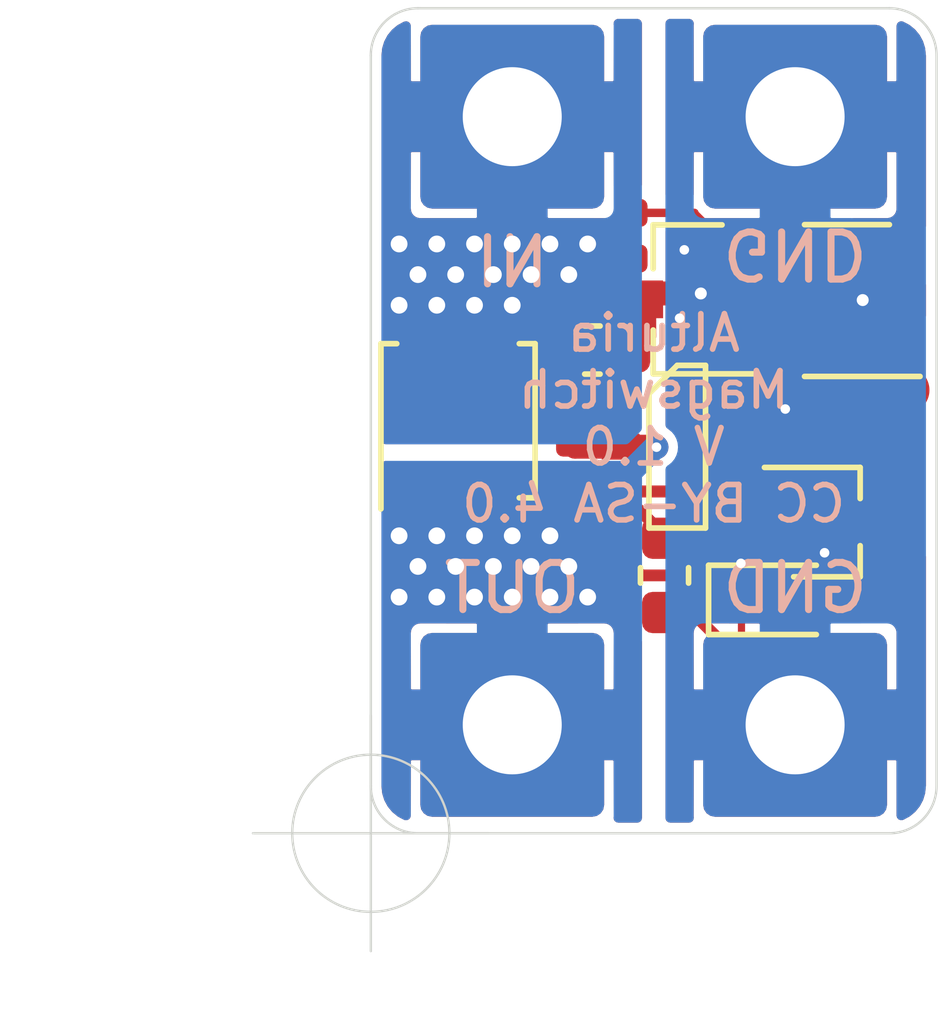
<source format=kicad_pcb>
(kicad_pcb (version 20171130) (host pcbnew 5.1.6)

  (general
    (thickness 1)
    (drawings 16)
    (tracks 121)
    (zones 0)
    (modules 20)
    (nets 11)
  )

  (page A4)
  (layers
    (0 F.Cu signal)
    (31 B.Cu signal)
    (32 B.Adhes user)
    (33 F.Adhes user)
    (34 B.Paste user)
    (35 F.Paste user)
    (36 B.SilkS user)
    (37 F.SilkS user)
    (38 B.Mask user)
    (39 F.Mask user)
    (40 Dwgs.User user)
    (41 Cmts.User user)
    (42 Eco1.User user)
    (43 Eco2.User user)
    (44 Edge.Cuts user)
    (45 Margin user)
    (46 B.CrtYd user)
    (47 F.CrtYd user)
    (48 B.Fab user)
    (49 F.Fab user)
  )

  (setup
    (last_trace_width 0.4826)
    (user_trace_width 0.1524)
    (user_trace_width 0.1778)
    (user_trace_width 0.2032)
    (user_trace_width 0.2286)
    (user_trace_width 0.254)
    (user_trace_width 0.2794)
    (user_trace_width 0.3048)
    (user_trace_width 0.3302)
    (user_trace_width 0.3556)
    (user_trace_width 0.381)
    (user_trace_width 0.4064)
    (user_trace_width 0.4318)
    (user_trace_width 0.4572)
    (user_trace_width 0.4826)
    (user_trace_width 0.508)
    (user_trace_width 0.635)
    (user_trace_width 0.762)
    (user_trace_width 0.889)
    (user_trace_width 1.016)
    (user_trace_width 1.143)
    (user_trace_width 1.27)
    (user_trace_width 1.524)
    (user_trace_width 1.778)
    (user_trace_width 2.032)
    (user_trace_width 2.286)
    (user_trace_width 2.54)
    (trace_clearance 0.2)
    (zone_clearance 0.2)
    (zone_45_only no)
    (trace_min 0.1524)
    (via_size 0.8)
    (via_drill 0.4)
    (via_min_size 0.4)
    (via_min_drill 0.2)
    (user_via 0.4572 0.2032)
    (user_via 0.4826 0.2286)
    (user_via 0.508 0.254)
    (user_via 0.5334 0.2794)
    (user_via 0.5588 0.3048)
    (user_via 0.5842 0.3302)
    (user_via 0.6096 0.3556)
    (user_via 0.635 0.381)
    (user_via 0.762 0.4064)
    (user_via 0.7874 0.4318)
    (user_via 0.8128 0.4572)
    (user_via 0.8382 0.4826)
    (user_via 0.8636 0.508)
    (uvia_size 0.3)
    (uvia_drill 0.1)
    (uvias_allowed no)
    (uvia_min_size 0.2)
    (uvia_min_drill 0.1)
    (edge_width 0.05)
    (segment_width 0.2)
    (pcb_text_width 0.3)
    (pcb_text_size 1.5 1.5)
    (mod_edge_width 0.12)
    (mod_text_size 1 1)
    (mod_text_width 0.15)
    (pad_size 3.9 3.9)
    (pad_drill 2.1)
    (pad_to_mask_clearance 0.05)
    (aux_axis_origin 130 107.5)
    (grid_origin 130 107.5)
    (visible_elements FFFFFF7F)
    (pcbplotparams
      (layerselection 0x010fc_ffffffff)
      (usegerberextensions false)
      (usegerberattributes false)
      (usegerberadvancedattributes false)
      (creategerberjobfile false)
      (excludeedgelayer true)
      (linewidth 0.100000)
      (plotframeref false)
      (viasonmask false)
      (mode 1)
      (useauxorigin false)
      (hpglpennumber 1)
      (hpglpenspeed 20)
      (hpglpendiameter 15.000000)
      (psnegative false)
      (psa4output false)
      (plotreference true)
      (plotvalue false)
      (plotinvisibletext false)
      (padsonsilk false)
      (subtractmaskfromsilk true)
      (outputformat 1)
      (mirror false)
      (drillshape 0)
      (scaleselection 1)
      (outputdirectory ""))
  )

  (net 0 "")
  (net 1 "Net-(U101-Pad2)")
  (net 2 VPP)
  (net 3 GND)
  (net 4 OUT)
  (net 5 "Net-(Q101-Pad4)")
  (net 6 TPI_CLK)
  (net 7 RST)
  (net 8 TPI_DATA)
  (net 9 "Net-(D101-Pad2)")
  (net 10 +3V3)

  (net_class Default "This is the default net class."
    (clearance 0.2)
    (trace_width 0.25)
    (via_dia 0.8)
    (via_drill 0.4)
    (uvia_dia 0.3)
    (uvia_drill 0.1)
    (add_net +3V3)
    (add_net GND)
    (add_net "Net-(D101-Pad2)")
    (add_net "Net-(Q101-Pad4)")
    (add_net "Net-(U101-Pad2)")
    (add_net OUT)
    (add_net RST)
    (add_net TPI_CLK)
    (add_net TPI_DATA)
    (add_net VPP)
  )

  (module LED_SMD:LED_0603_1608Metric (layer F.Cu) (tedit 5B301BBE) (tstamp 5EDB7C82)
    (at 138.65 102.55)
    (descr "LED SMD 0603 (1608 Metric), square (rectangular) end terminal, IPC_7351 nominal, (Body size source: http://www.tortai-tech.com/upload/download/2011102023233369053.pdf), generated with kicad-footprint-generator")
    (tags diode)
    (path /5EE1D6E9)
    (attr smd)
    (fp_text reference D101 (at 0 -1.43) (layer F.SilkS) hide
      (effects (font (size 1 1) (thickness 0.15)))
    )
    (fp_text value LED (at 0 1.43) (layer F.Fab) hide
      (effects (font (size 1 1) (thickness 0.15)))
    )
    (fp_line (start 1.48 0.73) (end -1.48 0.73) (layer F.CrtYd) (width 0.05))
    (fp_line (start 1.48 -0.73) (end 1.48 0.73) (layer F.CrtYd) (width 0.05))
    (fp_line (start -1.48 -0.73) (end 1.48 -0.73) (layer F.CrtYd) (width 0.05))
    (fp_line (start -1.48 0.73) (end -1.48 -0.73) (layer F.CrtYd) (width 0.05))
    (fp_line (start -1.485 0.735) (end 0.8 0.735) (layer F.SilkS) (width 0.12))
    (fp_line (start -1.485 -0.735) (end -1.485 0.735) (layer F.SilkS) (width 0.12))
    (fp_line (start 0.8 -0.735) (end -1.485 -0.735) (layer F.SilkS) (width 0.12))
    (fp_line (start 0.8 0.4) (end 0.8 -0.4) (layer F.Fab) (width 0.1))
    (fp_line (start -0.8 0.4) (end 0.8 0.4) (layer F.Fab) (width 0.1))
    (fp_line (start -0.8 -0.1) (end -0.8 0.4) (layer F.Fab) (width 0.1))
    (fp_line (start -0.5 -0.4) (end -0.8 -0.1) (layer F.Fab) (width 0.1))
    (fp_line (start 0.8 -0.4) (end -0.5 -0.4) (layer F.Fab) (width 0.1))
    (fp_text user %R (at 0 0) (layer F.Fab) hide
      (effects (font (size 0.4 0.4) (thickness 0.06)))
    )
    (pad 2 smd roundrect (at 0.7875 0) (size 0.875 0.95) (layers F.Cu F.Paste F.Mask) (roundrect_rratio 0.25)
      (net 9 "Net-(D101-Pad2)"))
    (pad 1 smd roundrect (at -0.7875 0) (size 0.875 0.95) (layers F.Cu F.Paste F.Mask) (roundrect_rratio 0.25)
      (net 3 GND))
    (model ${KISYS3DMOD}/LED_SMD.3dshapes/LED_0603_1608Metric.wrl
      (at (xyz 0 0 0))
      (scale (xyz 1 1 1))
      (rotate (xyz 0 0 0))
    )
  )

  (module Package_TO_SOT_SMD:SOT-323_SC-70 (layer F.Cu) (tedit 5A02FF57) (tstamp 5EDB700A)
    (at 139.65 100.9)
    (descr "SOT-323, SC-70")
    (tags "SOT-323 SC-70")
    (path /5EDB9CB5)
    (attr smd)
    (fp_text reference Q102 (at -0.05 -1.95) (layer F.SilkS) hide
      (effects (font (size 1 1) (thickness 0.15)))
    )
    (fp_text value Q_NMOS_GSD (at -0.05 2.05) (layer F.Fab) hide
      (effects (font (size 1 1) (thickness 0.15)))
    )
    (fp_line (start -0.18 -1.1) (end -0.68 -0.6) (layer F.Fab) (width 0.1))
    (fp_line (start 0.67 1.1) (end -0.68 1.1) (layer F.Fab) (width 0.1))
    (fp_line (start 0.67 -1.1) (end 0.67 1.1) (layer F.Fab) (width 0.1))
    (fp_line (start -0.68 -0.6) (end -0.68 1.1) (layer F.Fab) (width 0.1))
    (fp_line (start 0.67 -1.1) (end -0.18 -1.1) (layer F.Fab) (width 0.1))
    (fp_line (start -0.68 1.16) (end 0.73 1.16) (layer F.SilkS) (width 0.12))
    (fp_line (start 0.73 -1.16) (end -1.3 -1.16) (layer F.SilkS) (width 0.12))
    (fp_line (start -1.7 1.3) (end -1.7 -1.3) (layer F.CrtYd) (width 0.05))
    (fp_line (start -1.7 -1.3) (end 1.7 -1.3) (layer F.CrtYd) (width 0.05))
    (fp_line (start 1.7 -1.3) (end 1.7 1.3) (layer F.CrtYd) (width 0.05))
    (fp_line (start 1.7 1.3) (end -1.7 1.3) (layer F.CrtYd) (width 0.05))
    (fp_line (start 0.73 -1.16) (end 0.73 -0.5) (layer F.SilkS) (width 0.12))
    (fp_line (start 0.73 0.5) (end 0.73 1.16) (layer F.SilkS) (width 0.12))
    (fp_text user %R (at 0 0 90) (layer F.Fab) hide
      (effects (font (size 0.5 0.5) (thickness 0.075)))
    )
    (pad 3 smd rect (at 1 0 270) (size 0.45 0.7) (layers F.Cu F.Paste F.Mask)
      (net 5 "Net-(Q101-Pad4)"))
    (pad 2 smd rect (at -1 0.65 270) (size 0.45 0.7) (layers F.Cu F.Paste F.Mask)
      (net 3 GND))
    (pad 1 smd rect (at -1 -0.65 270) (size 0.45 0.7) (layers F.Cu F.Paste F.Mask)
      (net 6 TPI_CLK))
    (model ${KISYS3DMOD}/Package_TO_SOT_SMD.3dshapes/SOT-323_SC-70.wrl
      (at (xyz 0 0 0))
      (scale (xyz 1 1 1))
      (rotate (xyz 0 0 0))
    )
  )

  (module Package_TO_SOT_SMD:SOT-23 (layer F.Cu) (tedit 5EDADD0A) (tstamp 5EDB8931)
    (at 136.75 96.175 180)
    (descr "SOT-23, Standard")
    (tags SOT-23)
    (path /5EDA7CC9)
    (attr smd)
    (fp_text reference U101 (at 0 -2.5 180) (layer F.SilkS) hide
      (effects (font (size 1 1) (thickness 0.15)))
    )
    (fp_text value DRV5032FB (at 0 2.5 180) (layer F.Fab) hide
      (effects (font (size 1 1) (thickness 0.15)))
    )
    (fp_line (start -0.7 -0.95) (end -0.7 1.5) (layer F.Fab) (width 0.1))
    (fp_line (start -0.15 -1.52) (end 0.7 -1.52) (layer F.Fab) (width 0.1))
    (fp_line (start -0.7 -0.95) (end -0.15 -1.52) (layer F.Fab) (width 0.1))
    (fp_line (start 0.7 -1.52) (end 0.7 1.52) (layer F.Fab) (width 0.1))
    (fp_line (start -0.7 1.52) (end 0.7 1.52) (layer F.Fab) (width 0.1))
    (fp_line (start 0.76 1.58) (end 0.76 0.65) (layer F.SilkS) (width 0.12))
    (fp_line (start 0.76 -1.58) (end 0.76 -0.65) (layer F.SilkS) (width 0.12))
    (fp_line (start 0.76 -1.58) (end -1.4 -1.58) (layer F.SilkS) (width 0.12))
    (fp_line (start 0.76 1.58) (end -0.7 1.58) (layer F.SilkS) (width 0.12))
    (fp_text user %R (at 0 0 270) (layer F.Fab) hide
      (effects (font (size 0.5 0.5) (thickness 0.075)))
    )
    (pad 3 smd rect (at 1 0 180) (size 0.9 0.8) (layers F.Cu F.Paste F.Mask)
      (net 3 GND))
    (pad 2 smd rect (at -1 0.95 180) (size 0.9 0.8) (layers F.Cu F.Paste F.Mask)
      (net 1 "Net-(U101-Pad2)"))
    (pad 1 smd rect (at -1 -0.95 180) (size 0.9 0.8) (layers F.Cu F.Paste F.Mask)
      (net 10 +3V3))
    (model ${KISYS3DMOD}/Package_TO_SOT_SMD.3dshapes/SOT-23.wrl
      (at (xyz 0 0 0))
      (scale (xyz 1 1 1))
      (rotate (xyz 0 0 0))
    )
  )

  (module TestPoint:TestPoint_Pad_D1.0mm (layer F.Cu) (tedit 5EDADCE4) (tstamp 5EDB5C93)
    (at 138.31 99.3)
    (descr "SMD pad as test Point, diameter 1.0mm")
    (tags "test point SMD pad")
    (path /5EE054E3)
    (attr virtual)
    (fp_text reference TP101 (at 0 -1.448) (layer F.SilkS) hide
      (effects (font (size 1 1) (thickness 0.15)))
    )
    (fp_text value TestPoint (at 0 1.55) (layer F.Fab) hide
      (effects (font (size 1 1) (thickness 0.15)))
    )
    (fp_text user %R (at 0 -1.45) (layer F.Fab) hide
      (effects (font (size 1 1) (thickness 0.15)))
    )
    (pad 1 smd circle (at 0 0) (size 1 1) (layers F.Cu F.Mask)
      (net 10 +3V3))
  )

  (module TestPoint:TestPoint_Pad_D1.0mm (layer F.Cu) (tedit 5EDADCCD) (tstamp 5EDB5CAB)
    (at 139.51 99.09)
    (descr "SMD pad as test Point, diameter 1.0mm")
    (tags "test point SMD pad")
    (path /5EE0530F)
    (attr virtual)
    (fp_text reference TP104 (at 0 -1.448) (layer F.SilkS) hide
      (effects (font (size 1 1) (thickness 0.15)))
    )
    (fp_text value TestPoint (at 0 1.55) (layer F.Fab) hide
      (effects (font (size 1 1) (thickness 0.15)))
    )
    (fp_text user %R (at 0 -1.45) (layer F.Fab) hide
      (effects (font (size 1 1) (thickness 0.15)))
    )
    (pad 1 smd circle (at 0 0) (size 1 1) (layers F.Cu F.Mask)
      (net 7 RST))
  )

  (module TestPoint:TestPoint_Pad_D1.0mm (layer F.Cu) (tedit 5EDADCBF) (tstamp 5EDB5CA3)
    (at 140.71 99.12)
    (descr "SMD pad as test Point, diameter 1.0mm")
    (tags "test point SMD pad")
    (path /5EE05103)
    (attr virtual)
    (fp_text reference TP103 (at 0 -1.448) (layer F.SilkS) hide
      (effects (font (size 1 1) (thickness 0.15)))
    )
    (fp_text value TestPoint (at 0 1.55) (layer F.Fab) hide
      (effects (font (size 1 1) (thickness 0.15)))
    )
    (fp_text user %R (at 0 -1.45) (layer F.Fab) hide
      (effects (font (size 1 1) (thickness 0.15)))
    )
    (pad 1 smd circle (at 0 0) (size 1 1) (layers F.Cu F.Mask)
      (net 6 TPI_CLK))
  )

  (module TestPoint:TestPoint_Pad_D1.0mm (layer F.Cu) (tedit 5EDADCA8) (tstamp 5EDB5C9B)
    (at 141.35 98.1)
    (descr "SMD pad as test Point, diameter 1.0mm")
    (tags "test point SMD pad")
    (path /5EE04AEA)
    (attr virtual)
    (fp_text reference TP102 (at 0 -1.448) (layer F.SilkS) hide
      (effects (font (size 1 1) (thickness 0.15)))
    )
    (fp_text value TestPoint (at 0 1.55) (layer F.Fab) hide
      (effects (font (size 1 1) (thickness 0.15)))
    )
    (fp_text user %R (at 0 -1.45) (layer F.Fab) hide
      (effects (font (size 1 1) (thickness 0.15)))
    )
    (pad 1 smd circle (at 0 0) (size 1 1) (layers F.Cu F.Mask)
      (net 8 TPI_DATA))
  )

  (module Resistor_SMD:R_0402_1005Metric (layer F.Cu) (tedit 5B301BBD) (tstamp 5EDB7D8B)
    (at 140.6 102.2 90)
    (descr "Resistor SMD 0402 (1005 Metric), square (rectangular) end terminal, IPC_7351 nominal, (Body size source: http://www.tortai-tech.com/upload/download/2011102023233369053.pdf), generated with kicad-footprint-generator")
    (tags resistor)
    (path /5EE1E1B1)
    (attr smd)
    (fp_text reference R104 (at 0 -1.17 90) (layer F.SilkS) hide
      (effects (font (size 1 1) (thickness 0.15)))
    )
    (fp_text value 1k (at 0 1.17 90) (layer F.Fab) hide
      (effects (font (size 1 1) (thickness 0.15)))
    )
    (fp_line (start -0.5 0.25) (end -0.5 -0.25) (layer F.Fab) (width 0.1))
    (fp_line (start -0.5 -0.25) (end 0.5 -0.25) (layer F.Fab) (width 0.1))
    (fp_line (start 0.5 -0.25) (end 0.5 0.25) (layer F.Fab) (width 0.1))
    (fp_line (start 0.5 0.25) (end -0.5 0.25) (layer F.Fab) (width 0.1))
    (fp_line (start -0.93 0.47) (end -0.93 -0.47) (layer F.CrtYd) (width 0.05))
    (fp_line (start -0.93 -0.47) (end 0.93 -0.47) (layer F.CrtYd) (width 0.05))
    (fp_line (start 0.93 -0.47) (end 0.93 0.47) (layer F.CrtYd) (width 0.05))
    (fp_line (start 0.93 0.47) (end -0.93 0.47) (layer F.CrtYd) (width 0.05))
    (fp_text user %R (at 0 0 180) (layer F.Fab) hide
      (effects (font (size 0.25 0.25) (thickness 0.04)))
    )
    (pad 2 smd roundrect (at 0.485 0 90) (size 0.59 0.64) (layers F.Cu F.Paste F.Mask) (roundrect_rratio 0.25)
      (net 8 TPI_DATA))
    (pad 1 smd roundrect (at -0.485 0 90) (size 0.59 0.64) (layers F.Cu F.Paste F.Mask) (roundrect_rratio 0.25)
      (net 9 "Net-(D101-Pad2)"))
    (model ${KISYS3DMOD}/Resistor_SMD.3dshapes/R_0402_1005Metric.wrl
      (at (xyz 0 0 0))
      (scale (xyz 1 1 1))
      (rotate (xyz 0 0 0))
    )
  )

  (module Resistor_SMD:R_0402_1005Metric (layer F.Cu) (tedit 5B301BBD) (tstamp 5EDB5C8B)
    (at 139.1 98 180)
    (descr "Resistor SMD 0402 (1005 Metric), square (rectangular) end terminal, IPC_7351 nominal, (Body size source: http://www.tortai-tech.com/upload/download/2011102023233369053.pdf), generated with kicad-footprint-generator")
    (tags resistor)
    (path /5EDFD82A)
    (attr smd)
    (fp_text reference R103 (at 0 -1.17) (layer F.SilkS) hide
      (effects (font (size 1 1) (thickness 0.15)))
    )
    (fp_text value 1k (at 0 1.17) (layer F.Fab) hide
      (effects (font (size 1 1) (thickness 0.15)))
    )
    (fp_line (start 0.93 0.47) (end -0.93 0.47) (layer F.CrtYd) (width 0.05))
    (fp_line (start 0.93 -0.47) (end 0.93 0.47) (layer F.CrtYd) (width 0.05))
    (fp_line (start -0.93 -0.47) (end 0.93 -0.47) (layer F.CrtYd) (width 0.05))
    (fp_line (start -0.93 0.47) (end -0.93 -0.47) (layer F.CrtYd) (width 0.05))
    (fp_line (start 0.5 0.25) (end -0.5 0.25) (layer F.Fab) (width 0.1))
    (fp_line (start 0.5 -0.25) (end 0.5 0.25) (layer F.Fab) (width 0.1))
    (fp_line (start -0.5 -0.25) (end 0.5 -0.25) (layer F.Fab) (width 0.1))
    (fp_line (start -0.5 0.25) (end -0.5 -0.25) (layer F.Fab) (width 0.1))
    (fp_text user %R (at 0 0) (layer F.Fab) hide
      (effects (font (size 0.25 0.25) (thickness 0.04)))
    )
    (pad 2 smd roundrect (at 0.485 0 180) (size 0.59 0.64) (layers F.Cu F.Paste F.Mask) (roundrect_rratio 0.25)
      (net 3 GND))
    (pad 1 smd roundrect (at -0.485 0 180) (size 0.59 0.64) (layers F.Cu F.Paste F.Mask) (roundrect_rratio 0.25)
      (net 7 RST))
    (model ${KISYS3DMOD}/Resistor_SMD.3dshapes/R_0402_1005Metric.wrl
      (at (xyz 0 0 0))
      (scale (xyz 1 1 1))
      (rotate (xyz 0 0 0))
    )
  )

  (module Capacitor_SMD:C_0603_1608Metric (layer F.Cu) (tedit 5B301BBE) (tstamp 5EDAFBBC)
    (at 136.23 102.03 270)
    (descr "Capacitor SMD 0603 (1608 Metric), square (rectangular) end terminal, IPC_7351 nominal, (Body size source: http://www.tortai-tech.com/upload/download/2011102023233369053.pdf), generated with kicad-footprint-generator")
    (tags capacitor)
    (path /5EDC85FD)
    (attr smd)
    (fp_text reference C102 (at 0 -1.43 90) (layer F.SilkS) hide
      (effects (font (size 1 1) (thickness 0.15)))
    )
    (fp_text value 1u (at 0 1.43 90) (layer F.Fab) hide
      (effects (font (size 1 1) (thickness 0.15)))
    )
    (fp_line (start 1.48 0.73) (end -1.48 0.73) (layer F.CrtYd) (width 0.05))
    (fp_line (start 1.48 -0.73) (end 1.48 0.73) (layer F.CrtYd) (width 0.05))
    (fp_line (start -1.48 -0.73) (end 1.48 -0.73) (layer F.CrtYd) (width 0.05))
    (fp_line (start -1.48 0.73) (end -1.48 -0.73) (layer F.CrtYd) (width 0.05))
    (fp_line (start -0.162779 0.51) (end 0.162779 0.51) (layer F.SilkS) (width 0.12))
    (fp_line (start -0.162779 -0.51) (end 0.162779 -0.51) (layer F.SilkS) (width 0.12))
    (fp_line (start 0.8 0.4) (end -0.8 0.4) (layer F.Fab) (width 0.1))
    (fp_line (start 0.8 -0.4) (end 0.8 0.4) (layer F.Fab) (width 0.1))
    (fp_line (start -0.8 -0.4) (end 0.8 -0.4) (layer F.Fab) (width 0.1))
    (fp_line (start -0.8 0.4) (end -0.8 -0.4) (layer F.Fab) (width 0.1))
    (fp_text user %R (at 0 0 90) (layer F.Fab) hide
      (effects (font (size 0.4 0.4) (thickness 0.06)))
    )
    (pad 2 smd roundrect (at 0.7875 0 270) (size 0.875 0.95) (layers F.Cu F.Paste F.Mask) (roundrect_rratio 0.25)
      (net 3 GND))
    (pad 1 smd roundrect (at -0.7875 0 270) (size 0.875 0.95) (layers F.Cu F.Paste F.Mask) (roundrect_rratio 0.25)
      (net 10 +3V3))
    (model ${KISYS3DMOD}/Capacitor_SMD.3dshapes/C_0603_1608Metric.wrl
      (at (xyz 0 0 0))
      (scale (xyz 1 1 1))
      (rotate (xyz 0 0 0))
    )
  )

  (module Capacitor_SMD:C_0603_1608Metric (layer F.Cu) (tedit 5B301BBE) (tstamp 5EDB3839)
    (at 134.7 97.25)
    (descr "Capacitor SMD 0603 (1608 Metric), square (rectangular) end terminal, IPC_7351 nominal, (Body size source: http://www.tortai-tech.com/upload/download/2011102023233369053.pdf), generated with kicad-footprint-generator")
    (tags capacitor)
    (path /5EDC9DB7)
    (attr smd)
    (fp_text reference C101 (at 0 -1.43) (layer F.SilkS) hide
      (effects (font (size 1 1) (thickness 0.15)))
    )
    (fp_text value 1u (at 0 1.43) (layer F.Fab) hide
      (effects (font (size 1 1) (thickness 0.15)))
    )
    (fp_line (start 1.48 0.73) (end -1.48 0.73) (layer F.CrtYd) (width 0.05))
    (fp_line (start 1.48 -0.73) (end 1.48 0.73) (layer F.CrtYd) (width 0.05))
    (fp_line (start -1.48 -0.73) (end 1.48 -0.73) (layer F.CrtYd) (width 0.05))
    (fp_line (start -1.48 0.73) (end -1.48 -0.73) (layer F.CrtYd) (width 0.05))
    (fp_line (start -0.162779 0.51) (end 0.162779 0.51) (layer F.SilkS) (width 0.12))
    (fp_line (start -0.162779 -0.51) (end 0.162779 -0.51) (layer F.SilkS) (width 0.12))
    (fp_line (start 0.8 0.4) (end -0.8 0.4) (layer F.Fab) (width 0.1))
    (fp_line (start 0.8 -0.4) (end 0.8 0.4) (layer F.Fab) (width 0.1))
    (fp_line (start -0.8 -0.4) (end 0.8 -0.4) (layer F.Fab) (width 0.1))
    (fp_line (start -0.8 0.4) (end -0.8 -0.4) (layer F.Fab) (width 0.1))
    (fp_text user %R (at 0 0) (layer F.Fab) hide
      (effects (font (size 0.4 0.4) (thickness 0.06)))
    )
    (pad 2 smd roundrect (at 0.7875 0) (size 0.875 0.95) (layers F.Cu F.Paste F.Mask) (roundrect_rratio 0.25)
      (net 3 GND))
    (pad 1 smd roundrect (at -0.7875 0) (size 0.875 0.95) (layers F.Cu F.Paste F.Mask) (roundrect_rratio 0.25)
      (net 2 VPP))
    (model ${KISYS3DMOD}/Capacitor_SMD.3dshapes/C_0603_1608Metric.wrl
      (at (xyz 0 0 0))
      (scale (xyz 1 1 1))
      (rotate (xyz 0 0 0))
    )
  )

  (module alturia-magswitch:SOIC-6 (layer F.Cu) (tedit 5EDAA936) (tstamp 5EDB674C)
    (at 136.5 99.3 270)
    (path /5E88DC5A)
    (attr smd)
    (fp_text reference U102 (at -2.725 0) (layer F.SilkS) hide
      (effects (font (size 1 1) (thickness 0.15)))
    )
    (fp_text value AP7383-33WR-7 (at 0 0 90) (layer F.Fab) hide
      (effects (font (size 1 1) (thickness 0.15)))
    )
    (fp_line (start -1.48 1.85) (end -1.48 -1.85) (layer F.CrtYd) (width 0.05))
    (fp_line (start 1.48 1.85) (end -1.48 1.85) (layer F.CrtYd) (width 0.05))
    (fp_line (start 1.48 -1.85) (end 1.48 1.85) (layer F.CrtYd) (width 0.05))
    (fp_line (start -1.48 -1.85) (end 1.48 -1.85) (layer F.CrtYd) (width 0.05))
    (fp_line (start 1.725 0.6) (end -1.125 0.6) (layer F.SilkS) (width 0.12))
    (fp_line (start 1.725 -0.6) (end 1.725 0.6) (layer F.SilkS) (width 0.12))
    (fp_line (start -1.725 -0.6) (end 1.725 -0.6) (layer F.SilkS) (width 0.12))
    (fp_line (start -1.725 0) (end -1.725 -0.6) (layer F.SilkS) (width 0.12))
    (fp_line (start -1.125 0.6) (end -1.725 0) (layer F.SilkS) (width 0.12))
    (pad 3 smd rect (at 0.95 1.2 270) (size 0.55 0.8) (layers F.Cu F.Paste F.Mask)
      (net 10 +3V3))
    (pad 4 smd rect (at 0.95 -1.2 270) (size 0.55 0.8) (layers F.Cu F.Paste F.Mask))
    (pad 2 smd rect (at 0 1.2 270) (size 0.55 0.8) (layers F.Cu F.Paste F.Mask)
      (net 2 VPP))
    (pad 1 smd rect (at -0.95 1.2 270) (size 0.55 0.8) (layers F.Cu F.Paste F.Mask)
      (net 3 GND))
    (pad 5 smd rect (at -0.95 -1.2 270) (size 0.55 0.8) (layers F.Cu F.Paste F.Mask))
    (model ${KIPRJMOD}/3d-models/IC5_AP7383-18W5-7_DIO.step
      (at (xyz 0 0 0))
      (scale (xyz 1 1 1))
      (rotate (xyz 0 0 -90))
    )
  )

  (module Package_SO:Vishay_PowerPAK_1212-8_Single (layer F.Cu) (tedit 5BD96A8E) (tstamp 5EF0EF43)
    (at 131.85 98.75 90)
    (descr "PowerPAK 1212-8 Single (https://www.vishay.com/docs/71656/ppak12128.pdf, https://www.vishay.com/docs/72597/72597.pdf)")
    (tags "Vishay PowerPAK 1212-8 Single")
    (path /5EDAD62C)
    (attr smd)
    (fp_text reference Q101 (at 0 -2.7 90) (layer F.SilkS) hide
      (effects (font (size 1 1) (thickness 0.15)))
    )
    (fp_text value SISS27ADN-T1-GE3 (at 0 2.7 90) (layer F.Fab) hide
      (effects (font (size 1 1) (thickness 0.15)))
    )
    (fp_line (start 1.635 -1.635) (end 1.635 -1.3) (layer F.SilkS) (width 0.12))
    (fp_line (start 1.635 1.3) (end 1.635 1.635) (layer F.SilkS) (width 0.12))
    (fp_line (start -1.635 1.3) (end -1.635 1.635) (layer F.SilkS) (width 0.12))
    (fp_line (start -1.525 -0.8) (end -0.8 -1.525) (layer F.Fab) (width 0.1))
    (fp_line (start -2.18 -1.78) (end 2.18 -1.78) (layer F.CrtYd) (width 0.05))
    (fp_line (start 2.18 -1.78) (end 2.18 1.78) (layer F.CrtYd) (width 0.05))
    (fp_line (start -2.18 1.78) (end 2.18 1.78) (layer F.CrtYd) (width 0.05))
    (fp_line (start -2.18 -1.78) (end -2.18 1.78) (layer F.CrtYd) (width 0.05))
    (fp_line (start -1.635 1.635) (end 1.635 1.635) (layer F.SilkS) (width 0.12))
    (fp_line (start -1.87 -1.635) (end 1.635 -1.635) (layer F.SilkS) (width 0.12))
    (fp_line (start -1.525 -0.8) (end -1.525 1.525) (layer F.Fab) (width 0.1))
    (fp_line (start -1.525 1.525) (end 1.525 1.525) (layer F.Fab) (width 0.1))
    (fp_line (start 1.525 -1.525) (end 1.525 1.525) (layer F.Fab) (width 0.1))
    (fp_line (start -0.8 -1.525) (end 1.525 -1.525) (layer F.Fab) (width 0.1))
    (fp_text user %R (at 0 0 90) (layer F.Fab) hide
      (effects (font (size 0.7 0.7) (thickness 0.105)))
    )
    (pad 5 smd custom (at 0.5575 0 90) (size 1.725 2.235) (layers F.Cu F.Paste F.Mask)
      (net 4 OUT) (zone_connect 2)
      (options (clearance outline) (anchor rect))
      (primitives
        (gr_poly (pts
           (xy 0.8625 0.1275) (xy 0.8625 -0.1275) (xy 1.3725 -0.1275) (xy 1.3725 -0.5325) (xy 0.8625 -0.5325)
           (xy 0.8625 -0.7875) (xy 1.3725 -0.7875) (xy 1.3725 -1.195) (xy 0.6125 -1.195) (xy 0.6125 1.195)
           (xy 1.3725 1.195) (xy 1.3725 0.7875) (xy 0.8625 0.7875) (xy 0.8625 0.5325) (xy 1.3725 0.5325)
           (xy 1.3725 0.1275)) (width 0))
      ))
    (pad 4 smd rect (at -1.435 0.99 90) (size 0.99 0.405) (layers F.Cu F.Paste F.Mask)
      (net 5 "Net-(Q101-Pad4)"))
    (pad 3 smd rect (at -1.435 0.33 90) (size 0.99 0.405) (layers F.Cu F.Paste F.Mask)
      (net 2 VPP))
    (pad 2 smd rect (at -1.435 -0.33 90) (size 0.99 0.405) (layers F.Cu F.Paste F.Mask)
      (net 2 VPP))
    (pad 1 smd rect (at -1.435 -0.99 90) (size 0.99 0.405) (layers F.Cu F.Paste F.Mask)
      (net 2 VPP))
    (model ${KISYS3DMOD}/Package_SO.3dshapes/Vishay_PowerPAK_1212-8_Single.wrl
      (at (xyz 0 0 0))
      (scale (xyz 1 1 1))
      (rotate (xyz 0 0 0))
    )
    (model "${KIPRJMOD}/3d-models/User Library-PowerPAK 1212-8-SiS892DN.step"
      (at (xyz 0 0 0))
      (scale (xyz 1 1 1))
      (rotate (xyz 0 180 0))
    )
  )

  (module Connector_Wire:SolderWire-1.5sqmm_1x01_D1.7mm_OD3.9mm (layer F.Cu) (tedit 5EB70B45) (tstamp 5EDB7C9A)
    (at 139 105.2)
    (descr "Soldered wire connection, for a single 1.5 mm² wire, reinforced insulation, conductor diameter 1.7mm, outer diameter 3.9mm, size source Multi-Contact FLEXI-xV 1.5 (https://ec.staubli.com/AcroFiles/Catalogues/TM_Cab-Main-11014119_(en)_hi.pdf), bend radius 3 times outer diameter, generated with kicad-footprint-generator")
    (tags "connector wire 1.5sqmm")
    (path /5EDDEDE4)
    (attr virtual)
    (fp_text reference J104 (at 0 -3.15) (layer F.SilkS) hide
      (effects (font (size 1 1) (thickness 0.15)))
    )
    (fp_text value Conn_01x01 (at 0 3.15) (layer F.Fab) hide
      (effects (font (size 1 1) (thickness 0.15)))
    )
    (fp_circle (center 0 0) (end 1.95 0) (layer F.Fab) (width 0.1))
    (fp_line (start -2.7 -2.45) (end -2.7 2.45) (layer F.CrtYd) (width 0.05))
    (fp_line (start -2.7 2.45) (end 2.7 2.45) (layer F.CrtYd) (width 0.05))
    (fp_line (start 2.7 2.45) (end 2.7 -2.45) (layer F.CrtYd) (width 0.05))
    (fp_line (start 2.7 -2.45) (end -2.7 -2.45) (layer F.CrtYd) (width 0.05))
    (fp_text user %R (at 0 0) (layer F.Fab) hide
      (effects (font (size 0.98 0.98) (thickness 0.15)))
    )
    (pad 1 thru_hole roundrect (at 0 0) (size 3.9 3.9) (drill 2.1) (layers *.Cu *.Mask) (roundrect_rratio 0.06410299999999999)
      (net 3 GND))
    (model ${KISYS3DMOD}/Connector_Wire.3dshapes/SolderWire-1.5sqmm_1x01_D1.7mm_OD3.9mm.wrl
      (at (xyz 0 0 0))
      (scale (xyz 1 1 1))
      (rotate (xyz 0 0 0))
    )
  )

  (module Connector_Wire:SolderWire-1.5sqmm_1x01_D1.7mm_OD3.9mm (layer F.Cu) (tedit 5EB70B45) (tstamp 5EDB0A29)
    (at 139 92.3)
    (descr "Soldered wire connection, for a single 1.5 mm² wire, reinforced insulation, conductor diameter 1.7mm, outer diameter 3.9mm, size source Multi-Contact FLEXI-xV 1.5 (https://ec.staubli.com/AcroFiles/Catalogues/TM_Cab-Main-11014119_(en)_hi.pdf), bend radius 3 times outer diameter, generated with kicad-footprint-generator")
    (tags "connector wire 1.5sqmm")
    (path /5EDDEB59)
    (attr virtual)
    (fp_text reference J103 (at 0 -3.15) (layer F.SilkS) hide
      (effects (font (size 1 1) (thickness 0.15)))
    )
    (fp_text value Conn_01x01 (at 0 3.15) (layer F.Fab) hide
      (effects (font (size 1 1) (thickness 0.15)))
    )
    (fp_circle (center 0 0) (end 1.95 0) (layer F.Fab) (width 0.1))
    (fp_line (start -2.7 -2.45) (end -2.7 2.45) (layer F.CrtYd) (width 0.05))
    (fp_line (start -2.7 2.45) (end 2.7 2.45) (layer F.CrtYd) (width 0.05))
    (fp_line (start 2.7 2.45) (end 2.7 -2.45) (layer F.CrtYd) (width 0.05))
    (fp_line (start 2.7 -2.45) (end -2.7 -2.45) (layer F.CrtYd) (width 0.05))
    (fp_text user %R (at 0 0) (layer F.Fab) hide
      (effects (font (size 0.98 0.98) (thickness 0.15)))
    )
    (pad 1 thru_hole roundrect (at 0 0) (size 3.9 3.9) (drill 2.1) (layers *.Cu *.Mask) (roundrect_rratio 0.06410299999999999)
      (net 3 GND))
    (model ${KISYS3DMOD}/Connector_Wire.3dshapes/SolderWire-1.5sqmm_1x01_D1.7mm_OD3.9mm.wrl
      (at (xyz 0 0 0))
      (scale (xyz 1 1 1))
      (rotate (xyz 0 0 0))
    )
  )

  (module Connector_Wire:SolderWire-1.5sqmm_1x01_D1.7mm_OD3.9mm (layer F.Cu) (tedit 5EB70B45) (tstamp 5EDB2463)
    (at 133 105.2 90)
    (descr "Soldered wire connection, for a single 1.5 mm² wire, reinforced insulation, conductor diameter 1.7mm, outer diameter 3.9mm, size source Multi-Contact FLEXI-xV 1.5 (https://ec.staubli.com/AcroFiles/Catalogues/TM_Cab-Main-11014119_(en)_hi.pdf), bend radius 3 times outer diameter, generated with kicad-footprint-generator")
    (tags "connector wire 1.5sqmm")
    (path /5EDDE98D)
    (attr virtual)
    (fp_text reference J102 (at 0 -3.15 90) (layer F.SilkS) hide
      (effects (font (size 1 1) (thickness 0.15)))
    )
    (fp_text value Conn_01x01 (at 0 3.15 90) (layer F.Fab) hide
      (effects (font (size 1 1) (thickness 0.15)))
    )
    (fp_circle (center 0 0) (end 1.95 0) (layer F.Fab) (width 0.1))
    (fp_line (start -2.7 -2.45) (end -2.7 2.45) (layer F.CrtYd) (width 0.05))
    (fp_line (start -2.7 2.45) (end 2.7 2.45) (layer F.CrtYd) (width 0.05))
    (fp_line (start 2.7 2.45) (end 2.7 -2.45) (layer F.CrtYd) (width 0.05))
    (fp_line (start 2.7 -2.45) (end -2.7 -2.45) (layer F.CrtYd) (width 0.05))
    (fp_text user %R (at 0 0 90) (layer F.Fab) hide
      (effects (font (size 0.98 0.98) (thickness 0.15)))
    )
    (pad 1 thru_hole roundrect (at 0 0 90) (size 3.9 3.9) (drill 2.1) (layers *.Cu *.Mask) (roundrect_rratio 0.06410299999999999)
      (net 2 VPP))
    (model ${KISYS3DMOD}/Connector_Wire.3dshapes/SolderWire-1.5sqmm_1x01_D1.7mm_OD3.9mm.wrl
      (at (xyz 0 0 0))
      (scale (xyz 1 1 1))
      (rotate (xyz 0 0 0))
    )
  )

  (module Connector_Wire:SolderWire-1.5sqmm_1x01_D1.7mm_OD3.9mm (layer F.Cu) (tedit 5EB70B45) (tstamp 5EDAA9C7)
    (at 133 92.3)
    (descr "Soldered wire connection, for a single 1.5 mm² wire, reinforced insulation, conductor diameter 1.7mm, outer diameter 3.9mm, size source Multi-Contact FLEXI-xV 1.5 (https://ec.staubli.com/AcroFiles/Catalogues/TM_Cab-Main-11014119_(en)_hi.pdf), bend radius 3 times outer diameter, generated with kicad-footprint-generator")
    (tags "connector wire 1.5sqmm")
    (path /5EDDE63C)
    (attr virtual)
    (fp_text reference J101 (at 0 -3.15) (layer F.SilkS) hide
      (effects (font (size 1 1) (thickness 0.15)))
    )
    (fp_text value Conn_01x01 (at 0 3.15) (layer F.Fab) hide
      (effects (font (size 1 1) (thickness 0.15)))
    )
    (fp_circle (center 0 0) (end 1.95 0) (layer F.Fab) (width 0.1))
    (fp_line (start -2.7 -2.45) (end -2.7 2.45) (layer F.CrtYd) (width 0.05))
    (fp_line (start -2.7 2.45) (end 2.7 2.45) (layer F.CrtYd) (width 0.05))
    (fp_line (start 2.7 2.45) (end 2.7 -2.45) (layer F.CrtYd) (width 0.05))
    (fp_line (start 2.7 -2.45) (end -2.7 -2.45) (layer F.CrtYd) (width 0.05))
    (fp_text user %R (at 0 0) (layer F.Fab) hide
      (effects (font (size 0.98 0.98) (thickness 0.15)))
    )
    (pad 1 thru_hole roundrect (at 0 0) (size 3.9 3.9) (drill 2.1) (layers *.Cu *.Mask) (roundrect_rratio 0.06410299999999999)
      (net 4 OUT))
    (model ${KISYS3DMOD}/Connector_Wire.3dshapes/SolderWire-1.5sqmm_1x01_D1.7mm_OD3.9mm.wrl
      (at (xyz 0 0 0))
      (scale (xyz 1 1 1))
      (rotate (xyz 0 0 0))
    )
  )

  (module Resistor_SMD:R_0402_1005Metric (layer F.Cu) (tedit 5B301BBD) (tstamp 5EDAFC30)
    (at 134.25 99.7 270)
    (descr "Resistor SMD 0402 (1005 Metric), square (rectangular) end terminal, IPC_7351 nominal, (Body size source: http://www.tortai-tech.com/upload/download/2011102023233369053.pdf), generated with kicad-footprint-generator")
    (tags resistor)
    (path /5EDAD64C)
    (attr smd)
    (fp_text reference R102 (at 0 -1.17 90) (layer F.SilkS) hide
      (effects (font (size 1 1) (thickness 0.15)))
    )
    (fp_text value 10k (at 0 1.17 90) (layer F.Fab) hide
      (effects (font (size 1 1) (thickness 0.15)))
    )
    (fp_line (start -0.5 0.25) (end -0.5 -0.25) (layer F.Fab) (width 0.1))
    (fp_line (start -0.5 -0.25) (end 0.5 -0.25) (layer F.Fab) (width 0.1))
    (fp_line (start 0.5 -0.25) (end 0.5 0.25) (layer F.Fab) (width 0.1))
    (fp_line (start 0.5 0.25) (end -0.5 0.25) (layer F.Fab) (width 0.1))
    (fp_line (start -0.93 0.47) (end -0.93 -0.47) (layer F.CrtYd) (width 0.05))
    (fp_line (start -0.93 -0.47) (end 0.93 -0.47) (layer F.CrtYd) (width 0.05))
    (fp_line (start 0.93 -0.47) (end 0.93 0.47) (layer F.CrtYd) (width 0.05))
    (fp_line (start 0.93 0.47) (end -0.93 0.47) (layer F.CrtYd) (width 0.05))
    (fp_text user %R (at 0 0 90) (layer F.Fab) hide
      (effects (font (size 0.25 0.25) (thickness 0.04)))
    )
    (pad 2 smd roundrect (at 0.485 0 270) (size 0.59 0.64) (layers F.Cu F.Paste F.Mask) (roundrect_rratio 0.25)
      (net 5 "Net-(Q101-Pad4)"))
    (pad 1 smd roundrect (at -0.485 0 270) (size 0.59 0.64) (layers F.Cu F.Paste F.Mask) (roundrect_rratio 0.25)
      (net 2 VPP))
    (model ${KISYS3DMOD}/Resistor_SMD.3dshapes/R_0402_1005Metric.wrl
      (at (xyz 0 0 0))
      (scale (xyz 1 1 1))
      (rotate (xyz 0 0 0))
    )
  )

  (module Resistor_SMD:R_0402_1005Metric (layer F.Cu) (tedit 5B301BBD) (tstamp 5EDAFC21)
    (at 135.55 94.825 270)
    (descr "Resistor SMD 0402 (1005 Metric), square (rectangular) end terminal, IPC_7351 nominal, (Body size source: http://www.tortai-tech.com/upload/download/2011102023233369053.pdf), generated with kicad-footprint-generator")
    (tags resistor)
    (path /5EDADCEE)
    (attr smd)
    (fp_text reference R101 (at 0 -1.17 90) (layer F.SilkS) hide
      (effects (font (size 1 1) (thickness 0.15)))
    )
    (fp_text value 1k (at 0 1.17 90) (layer F.Fab) hide
      (effects (font (size 1 1) (thickness 0.15)))
    )
    (fp_line (start -0.5 0.25) (end -0.5 -0.25) (layer F.Fab) (width 0.1))
    (fp_line (start -0.5 -0.25) (end 0.5 -0.25) (layer F.Fab) (width 0.1))
    (fp_line (start 0.5 -0.25) (end 0.5 0.25) (layer F.Fab) (width 0.1))
    (fp_line (start 0.5 0.25) (end -0.5 0.25) (layer F.Fab) (width 0.1))
    (fp_line (start -0.93 0.47) (end -0.93 -0.47) (layer F.CrtYd) (width 0.05))
    (fp_line (start -0.93 -0.47) (end 0.93 -0.47) (layer F.CrtYd) (width 0.05))
    (fp_line (start 0.93 -0.47) (end 0.93 0.47) (layer F.CrtYd) (width 0.05))
    (fp_line (start 0.93 0.47) (end -0.93 0.47) (layer F.CrtYd) (width 0.05))
    (fp_text user %R (at 0 0 90) (layer F.Fab) hide
      (effects (font (size 0.25 0.25) (thickness 0.04)))
    )
    (pad 2 smd roundrect (at 0.485 0 270) (size 0.59 0.64) (layers F.Cu F.Paste F.Mask) (roundrect_rratio 0.25)
      (net 3 GND))
    (pad 1 smd roundrect (at -0.485 0 270) (size 0.59 0.64) (layers F.Cu F.Paste F.Mask) (roundrect_rratio 0.25)
      (net 6 TPI_CLK))
    (model ${KISYS3DMOD}/Resistor_SMD.3dshapes/R_0402_1005Metric.wrl
      (at (xyz 0 0 0))
      (scale (xyz 1 1 1))
      (rotate (xyz 0 0 0))
    )
  )

  (module Package_TO_SOT_SMD:SOT-23-6 (layer F.Cu) (tedit 5A02FF57) (tstamp 5EDB35CD)
    (at 140.1 96.2 180)
    (descr "6-pin SOT-23 package")
    (tags SOT-23-6)
    (path /5E88D7D3)
    (attr smd)
    (fp_text reference U103 (at 0 -2.9) (layer F.SilkS) hide
      (effects (font (size 1 1) (thickness 0.15)))
    )
    (fp_text value ATtiny4-TS (at 0 2.9) (layer F.Fab) hide
      (effects (font (size 1 1) (thickness 0.15)))
    )
    (fp_line (start -0.9 1.61) (end 0.9 1.61) (layer F.SilkS) (width 0.12))
    (fp_line (start 0.9 -1.61) (end -1.55 -1.61) (layer F.SilkS) (width 0.12))
    (fp_line (start 1.9 -1.8) (end -1.9 -1.8) (layer F.CrtYd) (width 0.05))
    (fp_line (start 1.9 1.8) (end 1.9 -1.8) (layer F.CrtYd) (width 0.05))
    (fp_line (start -1.9 1.8) (end 1.9 1.8) (layer F.CrtYd) (width 0.05))
    (fp_line (start -1.9 -1.8) (end -1.9 1.8) (layer F.CrtYd) (width 0.05))
    (fp_line (start -0.9 -0.9) (end -0.25 -1.55) (layer F.Fab) (width 0.1))
    (fp_line (start 0.9 -1.55) (end -0.25 -1.55) (layer F.Fab) (width 0.1))
    (fp_line (start -0.9 -0.9) (end -0.9 1.55) (layer F.Fab) (width 0.1))
    (fp_line (start 0.9 1.55) (end -0.9 1.55) (layer F.Fab) (width 0.1))
    (fp_line (start 0.9 -1.55) (end 0.9 1.55) (layer F.Fab) (width 0.1))
    (fp_text user %R (at 0 0 90) (layer F.Fab) hide
      (effects (font (size 0.5 0.5) (thickness 0.075)))
    )
    (pad 5 smd rect (at 1.1 0 180) (size 1.06 0.65) (layers F.Cu F.Paste F.Mask)
      (net 10 +3V3))
    (pad 6 smd rect (at 1.1 -0.95 180) (size 1.06 0.65) (layers F.Cu F.Paste F.Mask)
      (net 7 RST))
    (pad 4 smd rect (at 1.1 0.95 180) (size 1.06 0.65) (layers F.Cu F.Paste F.Mask)
      (net 1 "Net-(U101-Pad2)"))
    (pad 3 smd rect (at -1.1 0.95 180) (size 1.06 0.65) (layers F.Cu F.Paste F.Mask)
      (net 6 TPI_CLK))
    (pad 2 smd rect (at -1.1 0 180) (size 1.06 0.65) (layers F.Cu F.Paste F.Mask)
      (net 3 GND))
    (pad 1 smd rect (at -1.1 -0.95 180) (size 1.06 0.65) (layers F.Cu F.Paste F.Mask)
      (net 8 TPI_DATA))
    (model ${KISYS3DMOD}/Package_TO_SOT_SMD.3dshapes/SOT-23-6.wrl
      (at (xyz 0 0 0))
      (scale (xyz 1 1 1))
      (rotate (xyz 0 0 0))
    )
  )

  (gr_text OUT (at 133 102.3) (layer B.SilkS) (tstamp 5EDBF32D)
    (effects (font (size 1 1) (thickness 0.15)) (justify mirror))
  )
  (gr_text IN (at 133 95.3 180) (layer B.SilkS) (tstamp 5EDBF32D)
    (effects (font (size 1 1) (thickness 0.15)) (justify mirror))
  )
  (gr_text GND (at 139 95.2 180) (layer B.SilkS) (tstamp 5EDBF32D)
    (effects (font (size 1 1) (thickness 0.15)) (justify mirror))
  )
  (gr_text GND (at 139 102.3) (layer B.SilkS)
    (effects (font (size 1 1) (thickness 0.15)) (justify mirror))
  )
  (gr_text "Alturia\nMagswitch\nV 1.0\nCC BY-SA 4.0" (at 136 98.7) (layer B.SilkS)
    (effects (font (size 0.75 0.75) (thickness 0.12)) (justify mirror))
  )
  (dimension 17.5 (width 0.15) (layer F.Fab)
    (gr_text "17,500 mm" (at 125.8 98.75 90) (layer F.Fab)
      (effects (font (size 1 1) (thickness 0.15)))
    )
    (feature1 (pts (xy 130 90) (xy 126.513579 90)))
    (feature2 (pts (xy 130 107.5) (xy 126.513579 107.5)))
    (crossbar (pts (xy 127.1 107.5) (xy 127.1 90)))
    (arrow1a (pts (xy 127.1 90) (xy 127.686421 91.126504)))
    (arrow1b (pts (xy 127.1 90) (xy 126.513579 91.126504)))
    (arrow2a (pts (xy 127.1 107.5) (xy 127.686421 106.373496)))
    (arrow2b (pts (xy 127.1 107.5) (xy 126.513579 106.373496)))
  )
  (dimension 12 (width 0.15) (layer F.Fab)
    (gr_text "12,000 mm" (at 136 112.199999) (layer F.Fab)
      (effects (font (size 1 1) (thickness 0.15)))
    )
    (feature1 (pts (xy 142 107.5) (xy 142 111.48642)))
    (feature2 (pts (xy 130 107.5) (xy 130 111.48642)))
    (crossbar (pts (xy 130 110.899999) (xy 142 110.899999)))
    (arrow1a (pts (xy 142 110.899999) (xy 140.873496 111.48642)))
    (arrow1b (pts (xy 142 110.899999) (xy 140.873496 110.313578)))
    (arrow2a (pts (xy 130 110.899999) (xy 131.126504 111.48642)))
    (arrow2b (pts (xy 130 110.899999) (xy 131.126504 110.313578)))
  )
  (gr_arc (start 131 106.5) (end 130 106.5) (angle -90) (layer Edge.Cuts) (width 0.05))
  (gr_arc (start 141 106.5) (end 141 107.5) (angle -90) (layer Edge.Cuts) (width 0.05))
  (gr_arc (start 141 91) (end 142 91) (angle -90) (layer Edge.Cuts) (width 0.05))
  (gr_arc (start 131 91) (end 131 90) (angle -90) (layer Edge.Cuts) (width 0.05))
  (gr_line (start 141 90) (end 131 90) (layer Edge.Cuts) (width 0.05) (tstamp 5EDB0864))
  (gr_line (start 142 106.5) (end 142 91) (layer Edge.Cuts) (width 0.05))
  (gr_line (start 131 107.5) (end 141 107.5) (layer Edge.Cuts) (width 0.05) (tstamp 5EDB2547))
  (gr_line (start 130 91) (end 130 106.5) (layer Edge.Cuts) (width 0.05))
  (target plus (at 130 107.5) (size 5) (width 0.05) (layer Edge.Cuts))

  (segment (start 137.8 95.1) (end 138.6 95.1) (width 0.254) (layer F.Cu) (net 1))
  (via (at 130.6 95) (size 0.6096) (drill 0.3556) (layers F.Cu B.Cu) (net 4))
  (segment (start 134.335 99.3) (end 134.25 99.215) (width 0.508) (layer F.Cu) (net 2))
  (segment (start 135.3 99.3) (end 134.335 99.3) (width 0.508) (layer F.Cu) (net 2))
  (via (at 131.4 95) (size 0.6096) (drill 0.3556) (layers F.Cu B.Cu) (net 4) (tstamp 5EDB4100))
  (via (at 132.2 95) (size 0.6096) (drill 0.3556) (layers F.Cu B.Cu) (net 4) (tstamp 5EDB4102))
  (via (at 133 95) (size 0.6096) (drill 0.3556) (layers F.Cu B.Cu) (net 4) (tstamp 5EDB4104))
  (via (at 133.8 95) (size 0.6096) (drill 0.3556) (layers F.Cu B.Cu) (net 4) (tstamp 5EDB4106))
  (via (at 134.6 95) (size 0.6096) (drill 0.3556) (layers F.Cu B.Cu) (net 4) (tstamp 5EDB4108))
  (via (at 131 95.65) (size 0.6096) (drill 0.3556) (layers F.Cu B.Cu) (net 4) (tstamp 5EDB410A))
  (via (at 131.8 95.65) (size 0.6096) (drill 0.3556) (layers F.Cu B.Cu) (net 4) (tstamp 5EDB410C))
  (via (at 132.6 95.65) (size 0.6096) (drill 0.3556) (layers F.Cu B.Cu) (net 4) (tstamp 5EDB410E))
  (via (at 133.4 95.65) (size 0.6096) (drill 0.3556) (layers F.Cu B.Cu) (net 4) (tstamp 5EDB4110))
  (via (at 134.2 95.65) (size 0.6096) (drill 0.3556) (layers F.Cu B.Cu) (net 4) (tstamp 5EDB4112))
  (via (at 130.6 96.3) (size 0.6096) (drill 0.3556) (layers F.Cu B.Cu) (net 4) (tstamp 5EDB4116))
  (via (at 131.4 96.3) (size 0.6096) (drill 0.3556) (layers F.Cu B.Cu) (net 4) (tstamp 5EDB4118))
  (via (at 132.2 96.3) (size 0.6096) (drill 0.3556) (layers F.Cu B.Cu) (net 4) (tstamp 5EDB411A))
  (via (at 133 96.3) (size 0.6096) (drill 0.3556) (layers F.Cu B.Cu) (net 4) (tstamp 5EDB411C))
  (segment (start 135.3 97.4375) (end 135.4875 97.25) (width 0.508) (layer F.Cu) (net 3))
  (segment (start 135.3 98.35) (end 135.3 97.4375) (width 0.508) (layer F.Cu) (net 3))
  (segment (start 135.8 96.9375) (end 135.4875 97.25) (width 0.508) (layer F.Cu) (net 3))
  (segment (start 135.8 96.05) (end 135.8 96.9375) (width 0.508) (layer F.Cu) (net 3))
  (via (at 137 96.05) (size 0.508) (drill 0.254) (layers F.Cu B.Cu) (net 3))
  (segment (start 135.8 96.05) (end 137 96.05) (width 0.508) (layer F.Cu) (net 3))
  (segment (start 140.444011 96.2) (end 140.434011 96.19) (width 0.25) (layer F.Cu) (net 3))
  (segment (start 141.2 96.2) (end 140.444011 96.2) (width 0.25) (layer F.Cu) (net 3))
  (via (at 140.434011 96.19) (size 0.508) (drill 0.254) (layers F.Cu B.Cu) (net 3))
  (segment (start 139.785 104.215) (end 139 105) (width 0.25) (layer F.Cu) (net 3))
  (segment (start 136.8175 102.8175) (end 139 105) (width 0.25) (layer F.Cu) (net 3))
  (segment (start 136.23 102.8175) (end 136.8175 102.8175) (width 0.25) (layer F.Cu) (net 3))
  (segment (start 137.84 103.84) (end 139 105) (width 0.25) (layer F.Cu) (net 3))
  (segment (start 139.175 104.825) (end 139 105) (width 0.25) (layer F.Cu) (net 3))
  (segment (start 135.55 96) (end 135.75 96.2) (width 0.2032) (layer F.Cu) (net 3))
  (segment (start 135.55 95.31) (end 135.55 96) (width 0.2032) (layer F.Cu) (net 3))
  (segment (start 137.8625 102.3375) (end 138.65 101.55) (width 0.1524) (layer F.Cu) (net 3))
  (segment (start 137.8625 102.55) (end 137.8625 102.3375) (width 0.1524) (layer F.Cu) (net 3))
  (segment (start 137.8625 104.0625) (end 139 105.2) (width 0.1524) (layer F.Cu) (net 3))
  (segment (start 137.8625 102.55) (end 137.8625 104.0625) (width 0.1524) (layer F.Cu) (net 3))
  (via (at 139.625 101.55) (size 0.4572) (drill 0.2032) (layers F.Cu B.Cu) (net 3))
  (via (at 137.85 101.775) (size 0.4572) (drill 0.2032) (layers F.Cu B.Cu) (net 3))
  (via (at 136.65 95.125) (size 0.4572) (drill 0.2032) (layers F.Cu B.Cu) (net 3))
  (via (at 136.55 96.575) (size 0.4572) (drill 0.2032) (layers F.Cu B.Cu) (net 3))
  (segment (start 138.475 98) (end 138.3 97.825) (width 0.1524) (layer F.Cu) (net 3))
  (segment (start 138.615 98) (end 138.475 98) (width 0.1524) (layer F.Cu) (net 3))
  (via (at 138.791875 98.501273) (size 0.4572) (drill 0.2032) (layers F.Cu B.Cu) (net 3))
  (segment (start 138.615 98.324398) (end 138.791875 98.501273) (width 0.1524) (layer F.Cu) (net 3))
  (segment (start 138.615 98) (end 138.615 98.324398) (width 0.1524) (layer F.Cu) (net 3))
  (via (at 130.6 102.49) (size 0.6096) (drill 0.3556) (layers F.Cu B.Cu) (net 2) (tstamp 5EDB41DE))
  (via (at 131.4 102.49) (size 0.6096) (drill 0.3556) (layers F.Cu B.Cu) (net 2) (tstamp 5EDB4202))
  (via (at 132.2 102.49) (size 0.6096) (drill 0.3556) (layers F.Cu B.Cu) (net 2) (tstamp 5EDB41D2))
  (via (at 133 102.49) (size 0.6096) (drill 0.3556) (layers F.Cu B.Cu) (net 2) (tstamp 5EDB41D5))
  (via (at 133.8 102.49) (size 0.6096) (drill 0.3556) (layers F.Cu B.Cu) (net 2) (tstamp 5EDB41F9))
  (via (at 134.6 102.49) (size 0.6096) (drill 0.3556) (layers F.Cu B.Cu) (net 2) (tstamp 5EDB41F6))
  (via (at 131 101.84) (size 0.6096) (drill 0.3556) (layers F.Cu B.Cu) (net 2) (tstamp 5EDB41DB))
  (via (at 131.8 101.84) (size 0.6096) (drill 0.3556) (layers F.Cu B.Cu) (net 2) (tstamp 5EDB41F0))
  (via (at 132.6 101.84) (size 0.6096) (drill 0.3556) (layers F.Cu B.Cu) (net 2) (tstamp 5EDB41EA))
  (via (at 133.4 101.84) (size 0.6096) (drill 0.3556) (layers F.Cu B.Cu) (net 2) (tstamp 5EDB41FC))
  (via (at 134.2 101.84) (size 0.6096) (drill 0.3556) (layers F.Cu B.Cu) (net 2) (tstamp 5EDB41ED))
  (via (at 130.6 101.19) (size 0.6096) (drill 0.3556) (layers F.Cu B.Cu) (net 2) (tstamp 5EDB41F3))
  (via (at 131.4 101.19) (size 0.6096) (drill 0.3556) (layers F.Cu B.Cu) (net 2) (tstamp 5EDB41E1))
  (via (at 132.2 101.19) (size 0.6096) (drill 0.3556) (layers F.Cu B.Cu) (net 2) (tstamp 5EDB41FF))
  (via (at 133 101.19) (size 0.6096) (drill 0.3556) (layers F.Cu B.Cu) (net 2) (tstamp 5EDB41E7))
  (via (at 133.8 101.19) (size 0.6096) (drill 0.3556) (layers F.Cu B.Cu) (net 2) (tstamp 5EDB41E4))
  (segment (start 133.9125 97.25) (end 133.9125 98.8775) (width 0.508) (layer F.Cu) (net 2))
  (segment (start 133.9125 98.8775) (end 134.25 99.215) (width 0.508) (layer F.Cu) (net 2))
  (segment (start 136.05 99.3) (end 136.06 99.31) (width 0.508) (layer F.Cu) (net 2))
  (via (at 136.06 99.31) (size 0.4572) (drill 0.2032) (layers F.Cu B.Cu) (net 2))
  (segment (start 135.3 99.3) (end 136.05 99.3) (width 0.508) (layer F.Cu) (net 2))
  (segment (start 134.15 101.19) (end 133.8 101.19) (width 0.508) (layer B.Cu) (net 2))
  (segment (start 136.03 99.31) (end 134.15 101.19) (width 0.508) (layer B.Cu) (net 2))
  (segment (start 136.06 99.31) (end 136.03 99.31) (width 0.508) (layer B.Cu) (net 2))
  (segment (start 132.84 100.185) (end 134.25 100.185) (width 0.254) (layer F.Cu) (net 5))
  (segment (start 134.46 100.9) (end 134.67 100.9) (width 0.254) (layer F.Cu) (net 5))
  (segment (start 134.25 100.69) (end 134.46 100.9) (width 0.254) (layer F.Cu) (net 5))
  (segment (start 134.25 100.185) (end 134.25 100.69) (width 0.254) (layer F.Cu) (net 5))
  (segment (start 137.91 100.9) (end 140.65 100.9) (width 0.25) (layer F.Cu) (net 5))
  (segment (start 136.78 102.03) (end 137.91 100.9) (width 0.25) (layer F.Cu) (net 5))
  (segment (start 135.74 102.03) (end 136.78 102.03) (width 0.25) (layer F.Cu) (net 5))
  (segment (start 135.42 101.71) (end 135.74 102.03) (width 0.25) (layer F.Cu) (net 5))
  (segment (start 135.42 101.15) (end 135.42 101.71) (width 0.25) (layer F.Cu) (net 5))
  (segment (start 135.17 100.9) (end 135.42 101.15) (width 0.25) (layer F.Cu) (net 5))
  (segment (start 134.67 100.9) (end 135.17 100.9) (width 0.25) (layer F.Cu) (net 5))
  (segment (start 140.42 95.25) (end 141.2 95.25) (width 0.25) (layer F.Cu) (net 6))
  (segment (start 139.855001 95.814999) (end 140.42 95.25) (width 0.25) (layer F.Cu) (net 6))
  (segment (start 139.855001 97.281769) (end 139.855001 95.814999) (width 0.25) (layer F.Cu) (net 6))
  (segment (start 140.375001 97.801769) (end 139.855001 97.281769) (width 0.25) (layer F.Cu) (net 6))
  (segment (start 140.375001 98.705001) (end 140.375001 97.801769) (width 0.25) (layer F.Cu) (net 6))
  (segment (start 140.67 99) (end 140.375001 98.705001) (width 0.25) (layer F.Cu) (net 6))
  (segment (start 139.52 100.25) (end 140.66 99.11) (width 0.25) (layer F.Cu) (net 6))
  (segment (start 138.65 100.25) (end 139.52 100.25) (width 0.25) (layer F.Cu) (net 6))
  (segment (start 141.2 95.25) (end 140.6 95.25) (width 0.25) (layer F.Cu) (net 6))
  (segment (start 135.55 94.34) (end 136.865 94.34) (width 0.1778) (layer F.Cu) (net 6))
  (segment (start 139.69621 94.52621) (end 140.42 95.25) (width 0.1524) (layer F.Cu) (net 6))
  (segment (start 137.082036 94.52621) (end 139.69621 94.52621) (width 0.1524) (layer F.Cu) (net 6))
  (segment (start 137.080826 94.525) (end 137.082036 94.52621) (width 0.1524) (layer F.Cu) (net 6))
  (segment (start 137.05 94.525) (end 137.080826 94.525) (width 0.1524) (layer F.Cu) (net 6))
  (segment (start 136.865 94.34) (end 137.05 94.525) (width 0.1524) (layer F.Cu) (net 6))
  (segment (start 139.55 98.035) (end 139.585 98) (width 0.25) (layer F.Cu) (net 7))
  (segment (start 139.55 98.925) (end 139.55 98.035) (width 0.25) (layer F.Cu) (net 7))
  (segment (start 139.585 97.735) (end 139.585 98) (width 0.25) (layer F.Cu) (net 7))
  (segment (start 139 97.15) (end 139.585 97.735) (width 0.25) (layer F.Cu) (net 7))
  (segment (start 141.2 97.95) (end 141.35 98.1) (width 0.25) (layer F.Cu) (net 8))
  (segment (start 141.2 97.15) (end 141.2 97.95) (width 0.25) (layer F.Cu) (net 8))
  (segment (start 141.535001 101.175001) (end 141.535001 98.285001) (width 0.25) (layer F.Cu) (net 8))
  (segment (start 140.995002 101.715) (end 141.535001 101.175001) (width 0.25) (layer F.Cu) (net 8))
  (segment (start 141.535001 98.285001) (end 141.35 98.1) (width 0.25) (layer F.Cu) (net 8))
  (segment (start 140.6 101.715) (end 140.995002 101.715) (width 0.25) (layer F.Cu) (net 8))
  (segment (start 139.4375 102.55) (end 140.53 102.55) (width 0.2032) (layer F.Cu) (net 9))
  (segment (start 135.3 100.25) (end 135.4 100.25) (width 0.254) (layer F.Cu) (net 10))
  (segment (start 136.23 101.18) (end 135.3 100.25) (width 0.25) (layer F.Cu) (net 10))
  (segment (start 136.23 101.2425) (end 136.23 101.18) (width 0.25) (layer F.Cu) (net 10))
  (segment (start 136.33 100.25) (end 135.3 100.25) (width 0.254) (layer F.Cu) (net 10))
  (segment (start 136.984324 97) (end 136.86 97.124324) (width 0.254) (layer F.Cu) (net 10))
  (segment (start 137.8 97) (end 136.984324 97) (width 0.254) (layer F.Cu) (net 10))
  (segment (start 137.8 96.5) (end 137.8 97) (width 0.254) (layer F.Cu) (net 10))
  (segment (start 138.1 96.2) (end 137.8 96.5) (width 0.254) (layer F.Cu) (net 10))
  (segment (start 139 96.2) (end 138.1 96.2) (width 0.254) (layer F.Cu) (net 10))
  (segment (start 137.28 99.3) (end 138.31 99.3) (width 0.254) (layer F.Cu) (net 10))
  (segment (start 136.33 100.25) (end 137.28 99.3) (width 0.254) (layer F.Cu) (net 10))
  (segment (start 136.86 98.88) (end 137.28 99.3) (width 0.254) (layer F.Cu) (net 10))
  (segment (start 136.86 97.124324) (end 136.86 98.88) (width 0.254) (layer F.Cu) (net 10))

  (zone (net 3) (net_name GND) (layer B.Cu) (tstamp 5EDBC455) (hatch edge 0.508)
    (connect_pads thru_hole_only (clearance 0.2))
    (min_thickness 0.2)
    (fill yes (arc_segments 32) (thermal_gap 0.2) (thermal_bridge_width 1.5))
    (polygon
      (pts
        (xy 142 107.5) (xy 136.25 107.5) (xy 136.25 90) (xy 142 90)
      )
    )
    (filled_polygon
      (pts
        (xy 136.748548 90.35) (xy 136.75 91.575) (xy 136.825 91.65) (xy 138.35 91.65) (xy 138.35 91.63)
        (xy 139.65 91.63) (xy 139.65 91.65) (xy 141.175 91.65) (xy 141.25 91.575) (xy 141.251421 90.3758)
        (xy 141.256629 90.377373) (xy 141.372675 90.439076) (xy 141.474532 90.522148) (xy 141.55831 90.623418) (xy 141.620819 90.739027)
        (xy 141.659686 90.864586) (xy 141.675001 91.010295) (xy 141.675 106.484104) (xy 141.660616 106.630805) (xy 141.622627 106.756629)
        (xy 141.560924 106.872675) (xy 141.477853 106.974531) (xy 141.376586 107.058307) (xy 141.260973 107.120819) (xy 141.251421 107.123776)
        (xy 141.25 105.925) (xy 141.175 105.85) (xy 139.65 105.85) (xy 139.65 105.87) (xy 138.35 105.87)
        (xy 138.35 105.85) (xy 136.825 105.85) (xy 136.75 105.925) (xy 136.748548 107.15) (xy 136.75101 107.175)
        (xy 136.35 107.175) (xy 136.35 103.25) (xy 136.748548 103.25) (xy 136.75 104.475) (xy 136.825 104.55)
        (xy 138.35 104.55) (xy 138.35 103.025) (xy 139.65 103.025) (xy 139.65 104.55) (xy 141.175 104.55)
        (xy 141.25 104.475) (xy 141.251452 103.25) (xy 141.24566 103.19119) (xy 141.228505 103.134639) (xy 141.200648 103.082522)
        (xy 141.163159 103.036841) (xy 141.117478 102.999352) (xy 141.065361 102.971495) (xy 141.00881 102.95434) (xy 140.95 102.948548)
        (xy 139.725 102.95) (xy 139.65 103.025) (xy 138.35 103.025) (xy 138.275 102.95) (xy 137.05 102.948548)
        (xy 136.99119 102.95434) (xy 136.934639 102.971495) (xy 136.882522 102.999352) (xy 136.836841 103.036841) (xy 136.799352 103.082522)
        (xy 136.771495 103.134639) (xy 136.75434 103.19119) (xy 136.748548 103.25) (xy 136.35 103.25) (xy 136.35 99.783166)
        (xy 136.369275 99.772863) (xy 136.453632 99.703632) (xy 136.522863 99.619275) (xy 136.574305 99.523032) (xy 136.605984 99.418603)
        (xy 136.61668 99.31) (xy 136.605984 99.201397) (xy 136.574305 99.096968) (xy 136.522863 99.000725) (xy 136.453632 98.916368)
        (xy 136.369275 98.847137) (xy 136.35 98.836834) (xy 136.35 94.25) (xy 136.748548 94.25) (xy 136.75434 94.30881)
        (xy 136.771495 94.365361) (xy 136.799352 94.417478) (xy 136.836841 94.463159) (xy 136.882522 94.500648) (xy 136.934639 94.528505)
        (xy 136.99119 94.54566) (xy 137.05 94.551452) (xy 138.275 94.55) (xy 138.35 94.475) (xy 138.35 92.95)
        (xy 139.65 92.95) (xy 139.65 94.475) (xy 139.725 94.55) (xy 140.95 94.551452) (xy 141.00881 94.54566)
        (xy 141.065361 94.528505) (xy 141.117478 94.500648) (xy 141.163159 94.463159) (xy 141.200648 94.417478) (xy 141.228505 94.365361)
        (xy 141.24566 94.30881) (xy 141.251452 94.25) (xy 141.25 93.025) (xy 141.175 92.95) (xy 139.65 92.95)
        (xy 138.35 92.95) (xy 136.825 92.95) (xy 136.75 93.025) (xy 136.748548 94.25) (xy 136.35 94.25)
        (xy 136.35 90.325) (xy 136.75101 90.325)
      )
    )
  )
  (zone (net 4) (net_name OUT) (layer F.Cu) (tstamp 5EDBC452) (hatch edge 0.508)
    (priority 1)
    (connect_pads thru_hole_only (clearance 0.2))
    (min_thickness 0.2)
    (fill yes (arc_segments 32) (thermal_gap 0.2) (thermal_bridge_width 1.5))
    (polygon
      (pts
        (xy 135.75 99.25) (xy 130 99.25) (xy 130 90) (xy 135.75 90)
      )
    )
    (filled_polygon
      (pts
        (xy 135.65 93.743549) (xy 135.3775 93.743549) (xy 135.289914 93.752175) (xy 135.250876 93.764017) (xy 135.25 93.025)
        (xy 135.175 92.95) (xy 133.65 92.95) (xy 133.65 94.475) (xy 133.725 94.55) (xy 134.934846 94.551434)
        (xy 134.937175 94.575086) (xy 134.962723 94.659306) (xy 135.004211 94.736924) (xy 135.060044 94.804956) (xy 135.084467 94.825)
        (xy 135.060044 94.845044) (xy 135.004211 94.913076) (xy 134.962723 94.990694) (xy 134.937175 95.074914) (xy 134.928549 95.1625)
        (xy 134.928549 95.4575) (xy 134.937175 95.545086) (xy 134.962723 95.629306) (xy 135.004211 95.706924) (xy 135.006358 95.70954)
        (xy 135.004341 95.71619) (xy 134.998549 95.775) (xy 134.998549 96.551166) (xy 134.979742 96.561219) (xy 134.900912 96.625912)
        (xy 134.836219 96.704742) (xy 134.788147 96.794678) (xy 134.758545 96.892264) (xy 134.748549 96.99375) (xy 134.748549 97.38441)
        (xy 134.746 97.410288) (xy 134.746 97.410296) (xy 134.743321 97.4375) (xy 134.746 97.464704) (xy 134.746 97.817149)
        (xy 134.732523 97.824353) (xy 134.686842 97.861842) (xy 134.649353 97.907523) (xy 134.621496 97.95964) (xy 134.604341 98.01619)
        (xy 134.598549 98.075) (xy 134.598549 98.625) (xy 134.601667 98.656657) (xy 134.594306 98.652723) (xy 134.510086 98.627175)
        (xy 134.4665 98.622882) (xy 134.4665 97.900832) (xy 134.499088 97.874088) (xy 134.563781 97.795258) (xy 134.611853 97.705322)
        (xy 134.641455 97.607736) (xy 134.651451 97.50625) (xy 134.651451 96.99375) (xy 134.641455 96.892264) (xy 134.611853 96.794678)
        (xy 134.563781 96.704742) (xy 134.499088 96.625912) (xy 134.420258 96.561219) (xy 134.330322 96.513147) (xy 134.232736 96.483545)
        (xy 134.13125 96.473549) (xy 133.69375 96.473549) (xy 133.592264 96.483545) (xy 133.494678 96.513147) (xy 133.404742 96.561219)
        (xy 133.325912 96.625912) (xy 133.261219 96.704742) (xy 133.213147 96.794678) (xy 133.183545 96.892264) (xy 133.173549 96.99375)
        (xy 133.173549 97.50625) (xy 133.183545 97.607736) (xy 133.213147 97.705322) (xy 133.261219 97.795258) (xy 133.325912 97.874088)
        (xy 133.3585 97.900832) (xy 133.358501 98.850286) (xy 133.355821 98.8775) (xy 133.366516 98.986103) (xy 133.388817 99.059614)
        (xy 133.398196 99.090532) (xy 133.429982 99.15) (xy 130.325 99.15) (xy 130.325 94.25) (xy 130.748548 94.25)
        (xy 130.75434 94.30881) (xy 130.771495 94.365361) (xy 130.799352 94.417478) (xy 130.836841 94.463159) (xy 130.882522 94.500648)
        (xy 130.934639 94.528505) (xy 130.99119 94.54566) (xy 131.05 94.551452) (xy 132.275 94.55) (xy 132.35 94.475)
        (xy 132.35 92.95) (xy 130.825 92.95) (xy 130.75 93.025) (xy 130.748548 94.25) (xy 130.325 94.25)
        (xy 130.325 91.015897) (xy 130.339384 90.869195) (xy 130.377373 90.743371) (xy 130.439076 90.627325) (xy 130.522148 90.525468)
        (xy 130.623418 90.44169) (xy 130.739027 90.379181) (xy 130.748579 90.376224) (xy 130.75 91.575) (xy 130.825 91.65)
        (xy 132.35 91.65) (xy 132.35 91.63) (xy 133.65 91.63) (xy 133.65 91.65) (xy 135.175 91.65)
        (xy 135.25 91.575) (xy 135.251452 90.35) (xy 135.24899 90.325) (xy 135.65 90.325)
      )
    )
  )
  (zone (net 2) (net_name VPP) (layer F.Cu) (tstamp 5EDBC44F) (hatch edge 0.508)
    (priority 1)
    (connect_pads thru_hole_only (clearance 0.2))
    (min_thickness 0.2)
    (fill yes (arc_segments 32) (thermal_gap 0.2) (thermal_bridge_width 1.5))
    (polygon
      (pts
        (xy 135.752316 107.5) (xy 130.002316 107.5) (xy 130.002316 99.6) (xy 135.752316 99.6)
      )
    )
    (filled_polygon
      (pts
        (xy 132.336049 100.68) (xy 132.341841 100.73881) (xy 132.358996 100.79536) (xy 132.386853 100.847477) (xy 132.424342 100.893158)
        (xy 132.470023 100.930647) (xy 132.52214 100.958504) (xy 132.57869 100.975659) (xy 132.6375 100.981451) (xy 133.0425 100.981451)
        (xy 133.10131 100.975659) (xy 133.15786 100.958504) (xy 133.209977 100.930647) (xy 133.255658 100.893158) (xy 133.293147 100.847477)
        (xy 133.321004 100.79536) (xy 133.338159 100.73881) (xy 133.343951 100.68) (xy 133.343951 100.612) (xy 133.728894 100.612)
        (xy 133.760044 100.649956) (xy 133.821999 100.700802) (xy 133.823001 100.710977) (xy 133.823001 100.710978) (xy 133.829179 100.773707)
        (xy 133.845179 100.826451) (xy 133.853596 100.854196) (xy 133.893245 100.928376) (xy 133.933232 100.9771) (xy 133.933237 100.977105)
        (xy 133.946606 100.993395) (xy 133.962896 101.006764) (xy 134.143232 101.1871) (xy 134.156605 101.203395) (xy 134.221624 101.256755)
        (xy 134.295804 101.296405) (xy 134.376293 101.320822) (xy 134.439022 101.327) (xy 134.439033 101.327) (xy 134.46 101.329065)
        (xy 134.480967 101.327) (xy 134.690978 101.327) (xy 134.711285 101.325) (xy 134.99396 101.325) (xy 134.995 101.32604)
        (xy 134.995001 101.689124) (xy 134.992945 101.71) (xy 135.00115 101.793314) (xy 135.023374 101.866573) (xy 135.025453 101.873427)
        (xy 135.064917 101.94726) (xy 135.118027 102.011974) (xy 135.134238 102.025279) (xy 135.424721 102.315762) (xy 135.438026 102.331974)
        (xy 135.501494 102.384062) (xy 135.493147 102.399678) (xy 135.463545 102.497264) (xy 135.453549 102.59875) (xy 135.453549 103.03625)
        (xy 135.463545 103.137736) (xy 135.493147 103.235322) (xy 135.541219 103.325258) (xy 135.605912 103.404088) (xy 135.652316 103.44217)
        (xy 135.652316 107.175) (xy 135.24899 107.175) (xy 135.251452 107.15) (xy 135.25 105.925) (xy 135.175 105.85)
        (xy 133.65 105.85) (xy 133.65 105.87) (xy 132.35 105.87) (xy 132.35 105.85) (xy 130.825 105.85)
        (xy 130.75 105.925) (xy 130.748579 107.1242) (xy 130.743371 107.122627) (xy 130.627325 107.060924) (xy 130.525469 106.977853)
        (xy 130.441693 106.876586) (xy 130.379181 106.760973) (xy 130.340313 106.63541) (xy 130.325 106.489716) (xy 130.325 103.25)
        (xy 130.748548 103.25) (xy 130.75 104.475) (xy 130.825 104.55) (xy 132.35 104.55) (xy 132.35 103.025)
        (xy 133.65 103.025) (xy 133.65 104.55) (xy 135.175 104.55) (xy 135.25 104.475) (xy 135.251452 103.25)
        (xy 135.24566 103.19119) (xy 135.228505 103.134639) (xy 135.200648 103.082522) (xy 135.163159 103.036841) (xy 135.117478 102.999352)
        (xy 135.065361 102.971495) (xy 135.00881 102.95434) (xy 134.95 102.948548) (xy 133.725 102.95) (xy 133.65 103.025)
        (xy 132.35 103.025) (xy 132.275 102.95) (xy 131.05 102.948548) (xy 130.99119 102.95434) (xy 130.934639 102.971495)
        (xy 130.882522 102.999352) (xy 130.836841 103.036841) (xy 130.799352 103.082522) (xy 130.771495 103.134639) (xy 130.75434 103.19119)
        (xy 130.748548 103.25) (xy 130.325 103.25) (xy 130.325 99.7) (xy 132.336049 99.7)
      )
    )
  )
  (zone (net 3) (net_name GND) (layer F.Cu) (tstamp 5EDBC44C) (hatch edge 0.508)
    (connect_pads thru_hole_only (clearance 0.2))
    (min_thickness 0.2)
    (fill yes (arc_segments 32) (thermal_gap 0.2) (thermal_bridge_width 1.5))
    (polygon
      (pts
        (xy 142 107.5) (xy 136.25 107.5) (xy 136.25 90) (xy 142 90)
      )
    )
    (filled_polygon
      (pts
        (xy 140.012723 101.395694) (xy 139.987175 101.479914) (xy 139.978549 101.5675) (xy 139.978549 101.8625) (xy 139.981339 101.890829)
        (xy 139.945258 101.861219) (xy 139.855322 101.813147) (xy 139.757736 101.783545) (xy 139.65625 101.773549) (xy 139.21875 101.773549)
        (xy 139.117264 101.783545) (xy 139.019678 101.813147) (xy 138.929742 101.861219) (xy 138.850912 101.925912) (xy 138.786219 102.004742)
        (xy 138.738147 102.094678) (xy 138.708545 102.192264) (xy 138.698549 102.29375) (xy 138.698549 102.80625) (xy 138.708545 102.907736)
        (xy 138.721365 102.95) (xy 138.349998 102.95) (xy 138.349998 103.024998) (xy 138.275 102.95) (xy 137.05 102.948548)
        (xy 136.99119 102.95434) (xy 136.934639 102.971495) (xy 136.882522 102.999352) (xy 136.836841 103.036841) (xy 136.799352 103.082522)
        (xy 136.771495 103.134639) (xy 136.75434 103.19119) (xy 136.748548 103.25) (xy 136.75 104.475) (xy 136.825 104.55)
        (xy 138.35 104.55) (xy 138.35 104.53) (xy 139.65 104.53) (xy 139.65 104.55) (xy 141.175 104.55)
        (xy 141.25 104.475) (xy 141.251452 103.25) (xy 141.24566 103.19119) (xy 141.228505 103.134639) (xy 141.200648 103.082522)
        (xy 141.167233 103.041805) (xy 141.187277 103.004306) (xy 141.212825 102.920086) (xy 141.221451 102.8325) (xy 141.221451 102.5375)
        (xy 141.212825 102.449914) (xy 141.187277 102.365694) (xy 141.145789 102.288076) (xy 141.089956 102.220044) (xy 141.065533 102.2)
        (xy 141.089956 102.179956) (xy 141.144195 102.113866) (xy 141.158429 102.109548) (xy 141.232262 102.070084) (xy 141.296976 102.016974)
        (xy 141.310285 102.000757) (xy 141.675 101.636042) (xy 141.675 106.484104) (xy 141.660616 106.630805) (xy 141.622627 106.756629)
        (xy 141.560924 106.872675) (xy 141.477853 106.974531) (xy 141.376586 107.058307) (xy 141.260973 107.120819) (xy 141.251421 107.123776)
        (xy 141.25 105.925) (xy 141.175 105.85) (xy 139.65 105.85) (xy 139.65 105.87) (xy 138.35 105.87)
        (xy 138.35 105.85) (xy 136.825 105.85) (xy 136.75 105.925) (xy 136.748548 107.15) (xy 136.75101 107.175)
        (xy 136.35 107.175) (xy 136.35 102.455) (xy 136.759133 102.455) (xy 136.78 102.457055) (xy 136.800867 102.455)
        (xy 136.800874 102.455) (xy 136.863314 102.44885) (xy 136.943427 102.424548) (xy 137.01726 102.385084) (xy 137.081974 102.331974)
        (xy 137.095283 102.315757) (xy 138.086041 101.325) (xy 140.05051 101.325)
      )
    )
    (filled_polygon
      (pts
        (xy 136.770911 94.777937) (xy 136.782699 94.792301) (xy 136.839983 94.839312) (xy 136.870179 94.855452) (xy 136.905338 94.874245)
        (xy 136.976252 94.895756) (xy 136.998549 94.897953) (xy 136.998549 95.625) (xy 137.004341 95.68381) (xy 137.021496 95.74036)
        (xy 137.049353 95.792477) (xy 137.086842 95.838158) (xy 137.132523 95.875647) (xy 137.18464 95.903504) (xy 137.24119 95.920659)
        (xy 137.3 95.926451) (xy 137.76968 95.926451) (xy 137.5129 96.183232) (xy 137.496605 96.196605) (xy 137.483233 96.212899)
        (xy 137.483232 96.2129) (xy 137.443245 96.261624) (xy 137.431442 96.283707) (xy 137.403595 96.335805) (xy 137.379178 96.416294)
        (xy 137.378463 96.423549) (xy 137.3 96.423549) (xy 137.24119 96.429341) (xy 137.18464 96.446496) (xy 137.132523 96.474353)
        (xy 137.086842 96.511842) (xy 137.049353 96.557523) (xy 137.04108 96.573) (xy 137.005291 96.573) (xy 136.984324 96.570935)
        (xy 136.963357 96.573) (xy 136.963346 96.573) (xy 136.900617 96.579178) (xy 136.820128 96.603595) (xy 136.787899 96.620822)
        (xy 136.745948 96.643244) (xy 136.698758 96.681973) (xy 136.680929 96.696605) (xy 136.667556 96.7129) (xy 136.5729 96.807556)
        (xy 136.556605 96.820929) (xy 136.543233 96.837223) (xy 136.543232 96.837224) (xy 136.503245 96.885948) (xy 136.482052 96.925598)
        (xy 136.463595 96.960129) (xy 136.439178 97.040618) (xy 136.433 97.103347) (xy 136.433 97.103357) (xy 136.430935 97.124324)
        (xy 136.433 97.145291) (xy 136.433001 98.859023) (xy 136.430935 98.88) (xy 136.432644 98.89735) (xy 136.359275 98.837137)
        (xy 136.35 98.83218) (xy 136.35 94.7289) (xy 136.721874 94.7289)
      )
    )
    (filled_polygon
      (pts
        (xy 138.41119 97.770659) (xy 138.47 97.776451) (xy 138.993577 97.776451) (xy 138.988549 97.8275) (xy 138.988549 98.1725)
        (xy 138.997175 98.260086) (xy 139.022723 98.344306) (xy 139.064211 98.421924) (xy 139.06622 98.424372) (xy 139.00003 98.468599)
        (xy 138.888599 98.58003) (xy 138.821629 98.680258) (xy 138.81997 98.678599) (xy 138.688942 98.591049) (xy 138.543351 98.530743)
        (xy 138.401451 98.502518) (xy 138.401451 98.075) (xy 138.395659 98.01619) (xy 138.378504 97.95964) (xy 138.350647 97.907523)
        (xy 138.313158 97.861842) (xy 138.267477 97.824353) (xy 138.25993 97.820319) (xy 138.31536 97.803504) (xy 138.367477 97.775647)
        (xy 138.383712 97.762323)
      )
    )
    (filled_polygon
      (pts
        (xy 140.502523 95.825647) (xy 140.55464 95.853504) (xy 140.61119 95.870659) (xy 140.67 95.876451) (xy 141.675001 95.876451)
        (xy 141.675001 96.523549) (xy 140.67 96.523549) (xy 140.61119 96.529341) (xy 140.55464 96.546496) (xy 140.502523 96.574353)
        (xy 140.456842 96.611842) (xy 140.419353 96.657523) (xy 140.391496 96.70964) (xy 140.374341 96.76619) (xy 140.368549 96.825)
        (xy 140.368549 97.194277) (xy 140.280001 97.105729) (xy 140.280001 95.991039) (xy 140.471145 95.799896)
      )
    )
    (filled_polygon
      (pts
        (xy 136.748548 90.35) (xy 136.75 91.575) (xy 136.825 91.65) (xy 138.35 91.65) (xy 138.35 91.63)
        (xy 139.65 91.63) (xy 139.65 91.65) (xy 141.175 91.65) (xy 141.25 91.575) (xy 141.251421 90.3758)
        (xy 141.256629 90.377373) (xy 141.372675 90.439076) (xy 141.474532 90.522148) (xy 141.55831 90.623418) (xy 141.620819 90.739027)
        (xy 141.659686 90.864586) (xy 141.675001 91.010295) (xy 141.675001 94.623549) (xy 140.67 94.623549) (xy 140.61119 94.629341)
        (xy 140.55464 94.646496) (xy 140.502523 94.674353) (xy 140.456842 94.711842) (xy 140.437472 94.735445) (xy 140.252652 94.550625)
        (xy 140.95 94.551452) (xy 141.00881 94.54566) (xy 141.065361 94.528505) (xy 141.117478 94.500648) (xy 141.163159 94.463159)
        (xy 141.200648 94.417478) (xy 141.228505 94.365361) (xy 141.24566 94.30881) (xy 141.251452 94.25) (xy 141.25 93.025)
        (xy 141.175 92.95) (xy 139.65 92.95) (xy 139.65 92.97) (xy 138.35 92.97) (xy 138.35 92.95)
        (xy 136.825 92.95) (xy 136.75 93.025) (xy 136.748902 93.9511) (xy 136.35 93.9511) (xy 136.35 90.325)
        (xy 136.75101 90.325)
      )
    )
  )
  (zone (net 4) (net_name OUT) (layer B.Cu) (tstamp 5EDBC449) (hatch edge 0.508)
    (priority 1)
    (connect_pads thru_hole_only (clearance 0.2))
    (min_thickness 0.2)
    (fill yes (arc_segments 32) (thermal_gap 0.2) (thermal_bridge_width 1.5))
    (polygon
      (pts
        (xy 135.75 99.25) (xy 130 99.25) (xy 130 90) (xy 135.75 90)
      )
    )
    (filled_polygon
      (pts
        (xy 135.65 98.90518) (xy 135.636368 98.916368) (xy 135.619021 98.937505) (xy 135.406526 99.15) (xy 130.325 99.15)
        (xy 130.325 94.25) (xy 130.748548 94.25) (xy 130.75434 94.30881) (xy 130.771495 94.365361) (xy 130.799352 94.417478)
        (xy 130.836841 94.463159) (xy 130.882522 94.500648) (xy 130.934639 94.528505) (xy 130.99119 94.54566) (xy 131.05 94.551452)
        (xy 132.275 94.55) (xy 132.35 94.475) (xy 132.35 92.95) (xy 133.65 92.95) (xy 133.65 94.475)
        (xy 133.725 94.55) (xy 134.95 94.551452) (xy 135.00881 94.54566) (xy 135.065361 94.528505) (xy 135.117478 94.500648)
        (xy 135.163159 94.463159) (xy 135.200648 94.417478) (xy 135.228505 94.365361) (xy 135.24566 94.30881) (xy 135.251452 94.25)
        (xy 135.25 93.025) (xy 135.175 92.95) (xy 133.65 92.95) (xy 132.35 92.95) (xy 130.825 92.95)
        (xy 130.75 93.025) (xy 130.748548 94.25) (xy 130.325 94.25) (xy 130.325 91.015897) (xy 130.339384 90.869195)
        (xy 130.377373 90.743371) (xy 130.439076 90.627325) (xy 130.522148 90.525468) (xy 130.623418 90.44169) (xy 130.739027 90.379181)
        (xy 130.748579 90.376224) (xy 130.75 91.575) (xy 130.825 91.65) (xy 132.35 91.65) (xy 132.35 91.63)
        (xy 133.65 91.63) (xy 133.65 91.65) (xy 135.175 91.65) (xy 135.25 91.575) (xy 135.251452 90.35)
        (xy 135.24899 90.325) (xy 135.65 90.325)
      )
    )
  )
  (zone (net 2) (net_name VPP) (layer B.Cu) (tstamp 5EDBC446) (hatch edge 0.508)
    (priority 1)
    (connect_pads thru_hole_only (clearance 0.2))
    (min_thickness 0.2)
    (fill yes (arc_segments 32) (thermal_gap 0.2) (thermal_bridge_width 1.5))
    (polygon
      (pts
        (xy 135.752316 107.5) (xy 130.002316 107.5) (xy 130.002316 99.6) (xy 135.752316 99.6)
      )
    )
    (filled_polygon
      (pts
        (xy 135.652316 107.175) (xy 135.24899 107.175) (xy 135.251452 107.15) (xy 135.25 105.925) (xy 135.175 105.85)
        (xy 133.65 105.85) (xy 133.65 105.87) (xy 132.35 105.87) (xy 132.35 105.85) (xy 130.825 105.85)
        (xy 130.75 105.925) (xy 130.748579 107.1242) (xy 130.743371 107.122627) (xy 130.627325 107.060924) (xy 130.525469 106.977853)
        (xy 130.441693 106.876586) (xy 130.379181 106.760973) (xy 130.340313 106.63541) (xy 130.325 106.489716) (xy 130.325 103.25)
        (xy 130.748548 103.25) (xy 130.75 104.475) (xy 130.825 104.55) (xy 132.35 104.55) (xy 132.35 103.025)
        (xy 133.65 103.025) (xy 133.65 104.55) (xy 135.175 104.55) (xy 135.25 104.475) (xy 135.251452 103.25)
        (xy 135.24566 103.19119) (xy 135.228505 103.134639) (xy 135.200648 103.082522) (xy 135.163159 103.036841) (xy 135.117478 102.999352)
        (xy 135.065361 102.971495) (xy 135.00881 102.95434) (xy 134.95 102.948548) (xy 133.725 102.95) (xy 133.65 103.025)
        (xy 132.35 103.025) (xy 132.275 102.95) (xy 131.05 102.948548) (xy 130.99119 102.95434) (xy 130.934639 102.971495)
        (xy 130.882522 102.999352) (xy 130.836841 103.036841) (xy 130.799352 103.082522) (xy 130.771495 103.134639) (xy 130.75434 103.19119)
        (xy 130.748548 103.25) (xy 130.325 103.25) (xy 130.325 99.7) (xy 135.652316 99.7)
      )
    )
  )
)

</source>
